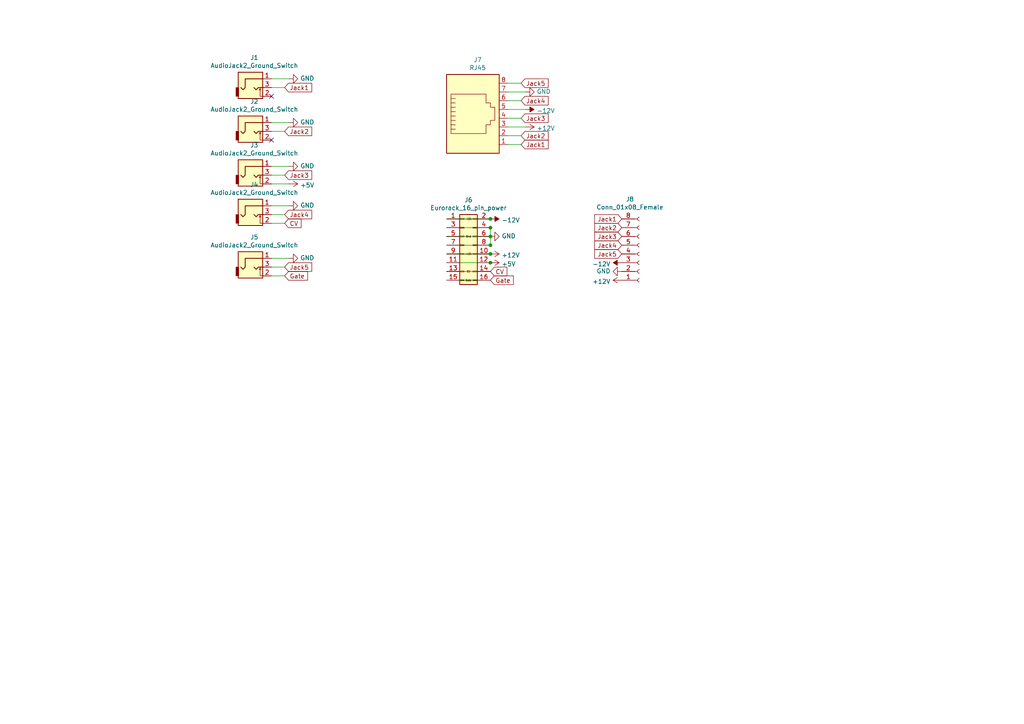
<source format=kicad_sch>
(kicad_sch (version 20230121) (generator eeschema)
  (paper "A4")
  (lib_symbols
    (symbol "Connector:RJ45" (pin_names (offset 1.016))
      (property "Reference" "J" (at -5.08 13.97 0))
      (property "Value" "RJ45" (at 2.54 13.97 0))
      (symbol "RJ45_0_1"
        (polyline (pts (xy -5.08 4.445) (xy -6.35 4.445)))
        (polyline (pts (xy -5.08 5.715) (xy -6.35 5.715)))
        (polyline (pts (xy -6.35 -3.175) (xy -5.08 -3.175) (xy -5.08 -3.175)))
        (polyline (pts (xy -6.35 -1.905) (xy -5.08 -1.905) (xy -5.08 -1.905)))
        (polyline (pts (xy -6.35 -0.635) (xy -5.08 -0.635) (xy -5.08 -0.635)))
        (polyline (pts (xy -6.35 0.635) (xy -5.08 0.635) (xy -5.08 0.635)))
        (polyline (pts (xy -6.35 1.905) (xy -5.08 1.905) (xy -5.08 1.905)))
        (polyline (pts (xy -5.08 3.175) (xy -6.35 3.175) (xy -6.35 3.175)))
        (polyline (pts (xy -6.35 -4.445) (xy -6.35 6.985) (xy 3.81 6.985) (xy 3.81 4.445) (xy 5.08 4.445) (xy 5.08 3.175) (xy 6.35 3.175) (xy 6.35 -0.635) (xy 5.08 -0.635) (xy 5.08 -1.905) (xy 3.81 -1.905) (xy 3.81 -4.445) (xy -6.35 -4.445) (xy -6.35 -4.445)))
        (rectangle (start 7.62 12.7) (end -7.62 -10.16) (stroke (width 0.254)) (fill (type background)))
      )
      (symbol "RJ45_1_1"
        (pin passive line (at 10.16 -7.62 180) (length 2.54) (name "~") (number "1"))
        (pin passive line (at 10.16 -5.08 180) (length 2.54) (name "~") (number "2"))
        (pin passive line (at 10.16 -2.54 180) (length 2.54) (name "~") (number "3"))
        (pin passive line (at 10.16 0 180) (length 2.54) (name "~") (number "4"))
        (pin passive line (at 10.16 2.54 180) (length 2.54) (name "~") (number "5"))
        (pin passive line (at 10.16 5.08 180) (length 2.54) (name "~") (number "6"))
        (pin passive line (at 10.16 7.62 180) (length 2.54) (name "~") (number "7"))
        (pin passive line (at 10.16 10.16 180) (length 2.54) (name "~") (number "8"))
      )
    )
    (symbol "DevBoard-rescue:AudioJack2_Ground_Switch-thonkiconn" (pin_names (offset 1.016))
      (property "Reference" "J" (at 0 8.89 0))
      (property "Value" "thonkiconn_AudioJack2_Ground_Switch" (at 0 6.35 0))
      (symbol "AudioJack2_Ground_Switch-thonkiconn_0_1"
        (rectangle (start -4.445 -2.54) (end -5.207 0) (fill (type outline)))
        (polyline (pts (xy 1.778 -0.254) (xy 2.032 -0.762)))
        (polyline (pts (xy 0 0) (xy 0.635 -0.635) (xy 1.27 0) (xy 2.54 0)) (stroke (width 0.254)))
        (polyline (pts (xy 2.54 -2.54) (xy 1.778 -2.54) (xy 1.778 -0.254) (xy 1.524 -0.762)))
        (polyline (pts (xy 2.54 2.54) (xy -2.54 2.54) (xy -2.54 0) (xy -3.175 -0.635) (xy -3.81 0)) (stroke (width 0.254)))
        (rectangle (start 2.54 -3.175) (end -4.572 4.445) (stroke (width 0.254)) (fill (type background)))
      )
      (symbol "AudioJack2_Ground_Switch-thonkiconn_1_1"
        (pin passive line (at 5.08 2.54 180) (length 2.54) (name "~") (number "1"))
        (pin passive line (at 5.08 -2.54 180) (length 2.54) (name "~") (number "2"))
        (pin passive line (at 5.08 0 180) (length 2.54) (name "~") (number "3"))
      )
    )
    (symbol "DevBoard-rescue:Conn_01x08_Female-Connector" (pin_names (offset 1.016) hide)
      (property "Reference" "J" (at 0 10.16 0))
      (property "Value" "Connector_Conn_01x08_Female" (at 0 -12.7 0))
      (symbol "Conn_01x08_Female-Connector_1_1"
        (arc (start 0 -9.652) (mid -0.5058 -10.16) (end 0 -10.668) (stroke (width 0.1524)))
        (arc (start 0 -7.112) (mid -0.5058 -7.62) (end 0 -8.128) (stroke (width 0.1524)))
        (arc (start 0 -4.572) (mid -0.5058 -5.08) (end 0 -5.588) (stroke (width 0.1524)))
        (arc (start 0 -2.032) (mid -0.5058 -2.54) (end 0 -3.048) (stroke (width 0.1524)))
        (polyline (pts (xy -1.27 -10.16) (xy -0.508 -10.16)) (stroke (width 0.1524)))
        (polyline (pts (xy -1.27 -7.62) (xy -0.508 -7.62)) (stroke (width 0.1524)))
        (polyline (pts (xy -1.27 -5.08) (xy -0.508 -5.08)) (stroke (width 0.1524)))
        (polyline (pts (xy -1.27 -2.54) (xy -0.508 -2.54)) (stroke (width 0.1524)))
        (polyline (pts (xy -1.27 0) (xy -0.508 0)) (stroke (width 0.1524)))
        (polyline (pts (xy -1.27 2.54) (xy -0.508 2.54)) (stroke (width 0.1524)))
        (polyline (pts (xy -1.27 5.08) (xy -0.508 5.08)) (stroke (width 0.1524)))
        (polyline (pts (xy -1.27 7.62) (xy -0.508 7.62)) (stroke (width 0.1524)))
        (arc (start 0 0.508) (mid -0.5058 0) (end 0 -0.508) (stroke (width 0.1524)))
        (arc (start 0 3.048) (mid -0.5058 2.54) (end 0 2.032) (stroke (width 0.1524)))
        (arc (start 0 5.588) (mid -0.5058 5.08) (end 0 4.572) (stroke (width 0.1524)))
        (arc (start 0 8.128) (mid -0.5058 7.62) (end 0 7.112) (stroke (width 0.1524)))
        (pin passive line (at -5.08 7.62 0) (length 3.81) (name "Pin_1") (number "1"))
        (pin passive line (at -5.08 5.08 0) (length 3.81) (name "Pin_2") (number "2"))
        (pin passive line (at -5.08 2.54 0) (length 3.81) (name "Pin_3") (number "3"))
        (pin passive line (at -5.08 0 0) (length 3.81) (name "Pin_4") (number "4"))
        (pin passive line (at -5.08 -2.54 0) (length 3.81) (name "Pin_5") (number "5"))
        (pin passive line (at -5.08 -5.08 0) (length 3.81) (name "Pin_6") (number "6"))
        (pin passive line (at -5.08 -7.62 0) (length 3.81) (name "Pin_7") (number "7"))
        (pin passive line (at -5.08 -10.16 0) (length 3.81) (name "Pin_8") (number "8"))
      )
    )
    (symbol "DevBoard-rescue:Eurorack_16_pin_power-Eurorack_Header" (pin_names (offset 1.016) hide)
      (property "Reference" "J" (at 1.27 7.62 0))
      (property "Value" "Eurorack_Header_Eurorack_16_pin_power" (at 1.27 -15.24 0))
      (symbol "Eurorack_16_pin_power-Eurorack_Header_0_0"
        (text "-12v" (at 1.27 5.08 0) (effects (font (size 0.508 0.508))))
      )
      (symbol "Eurorack_16_pin_power-Eurorack_Header_1_0"
        (text "+12v" (at 1.27 -5.08 0) (effects (font (size 0.508 0.508))))
        (text "CV" (at 1.27 -10.16 0) (effects (font (size 0.508 0.508))))
        (text "Gate" (at 1.27 -12.7 0) (effects (font (size 0.508 0.508))))
        (text "Gnd" (at 1.27 0 0) (effects (font (size 0.508 0.508))))
      )
      (symbol "Eurorack_16_pin_power-Eurorack_Header_1_1"
        (rectangle (start -1.27 -12.573) (end 0 -12.827) (stroke (width 0.1524)))
        (rectangle (start -1.27 -10.033) (end 0 -10.287) (stroke (width 0.1524)))
        (rectangle (start -1.27 -4.953) (end 0 -5.207) (stroke (width 0.1524)))
        (rectangle (start -1.27 -2.413) (end 0 -2.667) (stroke (width 0.1524)))
        (rectangle (start -1.27 0.127) (end 0 -0.127) (stroke (width 0.1524)))
        (rectangle (start -1.27 2.667) (end 0 2.413) (stroke (width 0.1524)))
        (rectangle (start -1.27 5.207) (end 0 4.953) (stroke (width 0.1524)))
        (rectangle (start -1.27 6.35) (end 3.81 -13.97) (stroke (width 0.254)) (fill (type background)))
        (rectangle (start 3.81 -12.573) (end 2.54 -12.827) (stroke (width 0.1524)))
        (rectangle (start 3.81 -10.033) (end 2.54 -10.287) (stroke (width 0.1524)))
        (rectangle (start 3.81 -4.953) (end 2.54 -5.207) (stroke (width 0.1524)))
        (rectangle (start 3.81 -2.413) (end 2.54 -2.667) (stroke (width 0.1524)))
        (rectangle (start 3.81 0.127) (end 2.54 -0.127) (stroke (width 0.1524)))
        (rectangle (start 3.81 2.667) (end 2.54 2.413) (stroke (width 0.1524)))
        (rectangle (start 3.81 5.207) (end 2.54 4.953) (stroke (width 0.1524)))
        (pin passive line (at -5.08 5.08 0) (length 3.81) (name "Pin_1") (number "1"))
        (pin passive line (at 7.62 -5.08 180) (length 3.81) (name "Pin_10") (number "10"))
        (pin passive line (at -5.08 -7.62 0) (length 3.81) (name "11") (number "11"))
        (pin passive line (at 7.62 -7.62 180) (length 3.81) (name "Pin_12") (number "12"))
        (pin passive line (at -5.08 -10.16 0) (length 3.81) (name "Pin_13") (number "13"))
        (pin passive line (at 7.62 -10.16 180) (length 3.81) (name "Pin_14") (number "14"))
        (pin passive line (at -5.08 -12.7 0) (length 3.81) (name "Pin_15") (number "15"))
        (pin passive line (at 7.62 -12.7 180) (length 3.81) (name "Pin_16") (number "16"))
        (pin passive line (at 7.62 5.08 180) (length 3.81) (name "Pin_2") (number "2"))
        (pin passive line (at -5.08 2.54 0) (length 3.81) (name "Pin_3") (number "3"))
        (pin passive line (at 7.62 2.54 180) (length 3.81) (name "Pin_4") (number "4"))
        (pin passive line (at -5.08 0 0) (length 3.81) (name "Pin_5") (number "5"))
        (pin passive line (at 7.62 0 180) (length 3.81) (name "Pin_6") (number "6"))
        (pin passive line (at -5.08 -2.54 0) (length 3.81) (name "Pin_7") (number "7"))
        (pin passive line (at 7.62 -2.54 180) (length 3.81) (name "Pin_8") (number "8"))
        (pin passive line (at -5.08 -5.08 0) (length 3.81) (name "Pin_9") (number "9"))
      )
    )
    (symbol "power:+12V" (power) (pin_names (offset 0))
      (property "Value" "+12V" (at 0 3.556 0))
      (symbol "+12V_0_1"
        (polyline (pts (xy -0.762 1.27) (xy 0 2.54)))
        (polyline (pts (xy 0 0) (xy 0 2.54)))
        (polyline (pts (xy 0 2.54) (xy 0.762 1.27)))
      )
      (symbol "+12V_1_1"
        (pin power_in line (at 0 0 90) (length 0) hide (name "+12V") (number "1"))
      )
    )
    (symbol "power:+5V" (power) (pin_names (offset 0))
      (property "Value" "+5V" (at 0 3.556 0))
      (symbol "+5V_0_1"
        (polyline (pts (xy -0.762 1.27) (xy 0 2.54)))
        (polyline (pts (xy 0 0) (xy 0 2.54)))
        (polyline (pts (xy 0 2.54) (xy 0.762 1.27)))
      )
      (symbol "+5V_1_1"
        (pin power_in line (at 0 0 90) (length 0) hide (name "+5V") (number "1"))
      )
    )
    (symbol "power:-12V" (power) (pin_names (offset 0))
      (property "Value" "-12V" (at 0 3.81 0))
      (symbol "-12V_0_0"
        (pin power_in line (at 0 0 90) (length 0) hide (name "-12V") (number "1"))
      )
      (symbol "-12V_0_1"
        (polyline (pts (xy 0 0) (xy 0 1.27) (xy 0.762 1.27) (xy 0 2.54) (xy -0.762 1.27) (xy 0 1.27)) (fill (type outline)))
      )
    )
    (symbol "power:GND" (power) (pin_names (offset 0))
      (property "Value" "GND" (at 0 -3.81 0))
      (symbol "GND_0_1"
        (polyline (pts (xy 0 0) (xy 0 -1.27) (xy 1.27 -1.27) (xy 0 -2.54) (xy -1.27 -1.27) (xy 0 -1.27)))
      )
      (symbol "GND_1_1"
        (pin power_in line (at 0 0 270) (length 0) hide (name "GND") (number "1"))
      )
    )
  )
  (junction (at 142.24 76.2))
  (junction (at 142.24 63.5))
  (junction (at 142.24 73.66))
  (junction (at 142.24 68.58))
  (junction (at 142.24 71.12))
  (junction (at 142.24 66.04))
  (no_connect (at 78.74 40.64))
  (no_connect (at 78.74 27.94))
  (wire (pts (xy 129.54 73.66) (xy 142.24 73.66)))
  (wire (pts (xy 129.54 68.58) (xy 142.24 68.58)))
  (wire (pts (xy 142.24 66.04) (xy 142.24 68.58)))
  (wire (pts (xy 78.74 74.93) (xy 83.82 74.93)))
  (wire (pts (xy 78.74 64.77) (xy 82.55 64.77)))
  (wire (pts (xy 147.32 29.21) (xy 151.13 29.21)))
  (wire (pts (xy 129.54 71.12) (xy 142.24 71.12)))
  (wire (pts (xy 147.32 36.83) (xy 152.4 36.83)))
  (wire (pts (xy 78.74 38.1) (xy 82.55 38.1)))
  (wire (pts (xy 147.32 24.13) (xy 151.13 24.13)))
  (wire (pts (xy 78.74 25.4) (xy 82.55 25.4)))
  (wire (pts (xy 147.32 31.75) (xy 152.4 31.75)))
  (wire (pts (xy 147.32 41.91) (xy 151.13 41.91)))
  (wire (pts (xy 129.54 78.74) (xy 142.24 78.74)))
  (wire (pts (xy 147.32 39.37) (xy 151.13 39.37)))
  (wire (pts (xy 129.54 81.28) (xy 142.24 81.28)))
  (wire (pts (xy 78.74 35.56) (xy 83.82 35.56)))
  (wire (pts (xy 78.74 50.8) (xy 82.55 50.8)))
  (wire (pts (xy 129.54 63.5) (xy 142.24 63.5)))
  (wire (pts (xy 78.74 62.23) (xy 82.55 62.23)))
  (wire (pts (xy 78.74 53.34) (xy 83.82 53.34)))
  (wire (pts (xy 78.74 59.69) (xy 83.82 59.69)))
  (wire (pts (xy 78.74 48.26) (xy 83.82 48.26)))
  (wire (pts (xy 147.32 34.29) (xy 151.13 34.29)))
  (wire (pts (xy 142.24 71.12) (xy 142.24 68.58)))
  (wire (pts (xy 129.54 76.2) (xy 142.24 76.2)))
  (wire (pts (xy 147.32 26.67) (xy 152.4 26.67)))
  (wire (pts (xy 78.74 80.01) (xy 82.55 80.01)))
  (wire (pts (xy 129.54 66.04) (xy 142.24 66.04)))
  (wire (pts (xy 78.74 22.86) (xy 83.82 22.86)))
  (wire (pts (xy 78.74 77.47) (xy 82.55 77.47)))
  (global_label "CV" (shape input) (at 142.24 78.74 0) (property "Intersheetrefs" "${INTERSHEET_REFS}" (effects hide)))
  (global_label "Jack4" (shape input) (at 82.55 62.23 0) (property "Intersheetrefs" "${INTERSHEET_REFS}" (effects hide)))
  (global_label "Jack2" (shape input) (at 82.55 38.1 0) (property "Intersheetrefs" "${INTERSHEET_REFS}" (effects hide)))
  (global_label "Jack4" (shape input) (at 151.13 29.21 0) (property "Intersheetrefs" "${INTERSHEET_REFS}" (effects hide)))
  (global_label "Jack5" (shape input) (at 82.55 77.47 0) (property "Intersheetrefs" "${INTERSHEET_REFS}" (effects hide)))
  (global_label "Jack3" (shape input) (at 82.55 50.8 0) (property "Intersheetrefs" "${INTERSHEET_REFS}" (effects hide)))
  (global_label "CV" (shape input) (at 82.55 64.77 0) (property "Intersheetrefs" "${INTERSHEET_REFS}" (effects hide)))
  (global_label "Jack1" (shape input) (at 151.13 41.91 0) (property "Intersheetrefs" "${INTERSHEET_REFS}" (effects hide)))
  (global_label "Jack3" (shape input) (at 180.34 68.58 180) (property "Intersheetrefs" "${INTERSHEET_REFS}" (effects hide)))
  (global_label "Jack5" (shape input) (at 180.34 73.66 180) (property "Intersheetrefs" "${INTERSHEET_REFS}" (effects hide)))
  (global_label "Jack1" (shape input) (at 180.34 63.5 180) (property "Intersheetrefs" "${INTERSHEET_REFS}" (effects hide)))
  (global_label "Jack2" (shape input) (at 180.34 66.04 180) (property "Intersheetrefs" "${INTERSHEET_REFS}" (effects hide)))
  (global_label "Jack2" (shape input) (at 151.13 39.37 0) (property "Intersheetrefs" "${INTERSHEET_REFS}" (effects hide)))
  (global_label "Gate" (shape input) (at 82.55 80.01 0) (property "Intersheetrefs" "${INTERSHEET_REFS}" (effects hide)))
  (global_label "Jack1" (shape input) (at 82.55 25.4 0) (property "Intersheetrefs" "${INTERSHEET_REFS}" (effects hide)))
  (global_label "Jack5" (shape input) (at 151.13 24.13 0) (property "Intersheetrefs" "${INTERSHEET_REFS}" (effects hide)))
  (global_label "Jack4" (shape input) (at 180.34 71.12 180) (property "Intersheetrefs" "${INTERSHEET_REFS}" (effects hide)))
  (global_label "Gate" (shape input) (at 142.24 81.28 0) (property "Intersheetrefs" "${INTERSHEET_REFS}" (effects hide)))
  (global_label "Jack3" (shape input) (at 151.13 34.29 0) (property "Intersheetrefs" "${INTERSHEET_REFS}" (effects hide)))
  (symbol (lib_id "Connector:RJ45") (at 137.16 34.29 0) (unit 1)
    (property "Reference" "J7" (at 138.557 17.3482 0))
    (property "Value" "RJ45" (at 138.557 19.6596 0))
    (property "Footprint" "Connectors:RJ45_8" (effects hide))
  )
  (symbol (lib_id "DevBoard-rescue:AudioJack2_Ground_Switch-thonkiconn") (at 73.66 25.4 0) (unit 1)
    (property "Reference" "J1" (at 73.7616 16.7132 0))
    (property "Value" "AudioJack2_Ground_Switch" (at 73.7616 19.0246 0))
    (property "Footprint" "PlayDice:THONKICONN_hole" (effects hide))
  )
  (symbol (lib_id "DevBoard-rescue:AudioJack2_Ground_Switch-thonkiconn") (at 73.66 38.1 0) (unit 1)
    (property "Reference" "J2" (at 73.7616 29.4132 0))
    (property "Value" "AudioJack2_Ground_Switch" (at 73.7616 31.7246 0))
    (property "Footprint" "PlayDice:THONKICONN_hole" (effects hide))
  )
  (symbol (lib_id "DevBoard-rescue:AudioJack2_Ground_Switch-thonkiconn") (at 73.66 50.8 0) (unit 1)
    (property "Reference" "J3" (at 73.7616 42.1132 0))
    (property "Value" "AudioJack2_Ground_Switch" (at 73.7616 44.4246 0))
    (property "Footprint" "PlayDice:THONKICONN_hole" (effects hide))
  )
  (symbol (lib_id "DevBoard-rescue:AudioJack2_Ground_Switch-thonkiconn") (at 73.66 62.23 0) (unit 1)
    (property "Reference" "J4" (at 73.7616 53.5432 0))
    (property "Value" "AudioJack2_Ground_Switch" (at 73.7616 55.8546 0))
    (property "Footprint" "PlayDice:THONKICONN_hole" (effects hide))
  )
  (symbol (lib_id "power:+12V") (at 152.4 36.83 270) (unit 1)
    (property "Reference" "#PWR0101" (effects hide))
    (property "Value" "+12V" (at 155.6512 37.211 90) (effects (justify left)))
  )
  (symbol (lib_id "power:-12V") (at 152.4 31.75 270) (unit 1)
    (property "Reference" "#PWR0102" (effects hide))
    (property "Value" "-12V" (at 155.6512 32.131 90) (effects (justify left)))
  )
  (symbol (lib_id "power:GND") (at 152.4 26.67 90) (unit 1)
    (property "Reference" "#PWR0103" (effects hide))
    (property "Value" "GND" (at 155.6512 26.543 90) (effects (justify right)))
  )
  (symbol (lib_id "power:GND") (at 83.82 59.69 90) (unit 1)
    (property "Reference" "#PWR0104" (effects hide))
    (property "Value" "GND" (at 87.0712 59.563 90) (effects (justify right)))
  )
  (symbol (lib_id "power:GND") (at 83.82 48.26 90) (unit 1)
    (property "Reference" "#PWR0105" (effects hide))
    (property "Value" "GND" (at 87.0712 48.133 90) (effects (justify right)))
  )
  (symbol (lib_id "power:GND") (at 83.82 35.56 90) (unit 1)
    (property "Reference" "#PWR0106" (effects hide))
    (property "Value" "GND" (at 87.0712 35.433 90) (effects (justify right)))
  )
  (symbol (lib_id "power:GND") (at 83.82 22.86 90) (unit 1)
    (property "Reference" "#PWR0107" (effects hide))
    (property "Value" "GND" (at 87.0712 22.733 90) (effects (justify right)))
  )
  (symbol (lib_id "DevBoard-rescue:AudioJack2_Ground_Switch-thonkiconn") (at 73.66 77.47 0) (unit 1)
    (property "Reference" "J5" (at 73.7616 68.7832 0))
    (property "Value" "AudioJack2_Ground_Switch" (at 73.7616 71.0946 0))
    (property "Footprint" "PlayDice:THONKICONN_hole" (effects hide))
  )
  (symbol (lib_id "power:GND") (at 83.82 74.93 90) (unit 1)
    (property "Reference" "#PWR0108" (effects hide))
    (property "Value" "GND" (at 87.0712 74.803 90) (effects (justify right)))
  )
  (symbol (lib_id "power:GND") (at 142.24 68.58 90) (unit 1)
    (property "Reference" "#PWR0109" (effects hide))
    (property "Value" "GND" (at 145.4912 68.453 90) (effects (justify right)))
  )
  (symbol (lib_id "power:+12V") (at 142.24 73.66 270) (unit 1)
    (property "Reference" "#PWR0110" (effects hide))
    (property "Value" "+12V" (at 145.4912 74.041 90) (effects (justify left)))
  )
  (symbol (lib_id "power:-12V") (at 142.24 63.5 270) (unit 1)
    (property "Reference" "#PWR0111" (effects hide))
    (property "Value" "-12V" (at 145.4912 63.881 90) (effects (justify left)))
  )
  (symbol (lib_id "power:+5V") (at 142.24 76.2 270) (unit 1)
    (property "Reference" "#PWR0112" (effects hide))
    (property "Value" "+5V" (at 145.4912 76.581 90) (effects (justify left)))
  )
  (symbol (lib_id "DevBoard-rescue:Eurorack_16_pin_power-Eurorack_Header") (at 134.62 68.58 0) (unit 1)
    (property "Reference" "J6" (at 135.89 57.9882 0))
    (property "Value" "Eurorack_16_pin_power" (at 135.89 60.2996 0))
    (property "Footprint" "PlayDice:Eurorack_16_pin_header" (effects hide))
  )
  (symbol (lib_id "power:+5V") (at 83.82 53.34 270) (unit 1)
    (property "Reference" "#PWR0113" (effects hide))
    (property "Value" "+5V" (at 87.0712 53.721 90) (effects (justify left)))
  )
  (symbol (lib_id "DevBoard-rescue:Conn_01x08_Female-Connector") (at 185.42 73.66 0) (mirror x) (unit 1)
    (property "Reference" "J8" (at 182.7022 57.785 0))
    (property "Value" "Conn_01x08_Female" (at 182.7022 60.0964 0))
    (property "Footprint" "Pin_Headers:Pin_Header_Straight_1x08_Pitch2.54mm" (effects hide))
  )
  (symbol (lib_id "power:+12V") (at 180.34 81.28 90) (mirror x) (unit 1)
    (property "Reference" "#PWR0114" (effects hide))
    (property "Value" "+12V" (at 177.0888 81.661 90) (effects (justify left)))
  )
  (symbol (lib_id "power:-12V") (at 180.34 76.2 90) (mirror x) (unit 1)
    (property "Reference" "#PWR0115" (effects hide))
    (property "Value" "-12V" (at 177.0888 76.581 90) (effects (justify left)))
  )
  (symbol (lib_id "power:GND") (at 180.34 78.74 270) (mirror x) (unit 1)
    (property "Reference" "#PWR0116" (effects hide))
    (property "Value" "GND" (at 177.0888 78.613 90) (effects (justify right)))
  )
)
</source>
